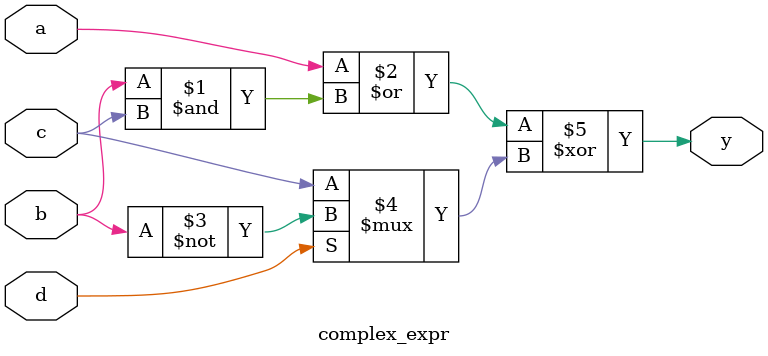
<source format=sv>
module complex_expr(
    input a, b, c, d,
    output y
);
    assign y = (a | (b & c)) ^ (d ? ~b : c);  // 混合逻辑操作
endmodule
</source>
